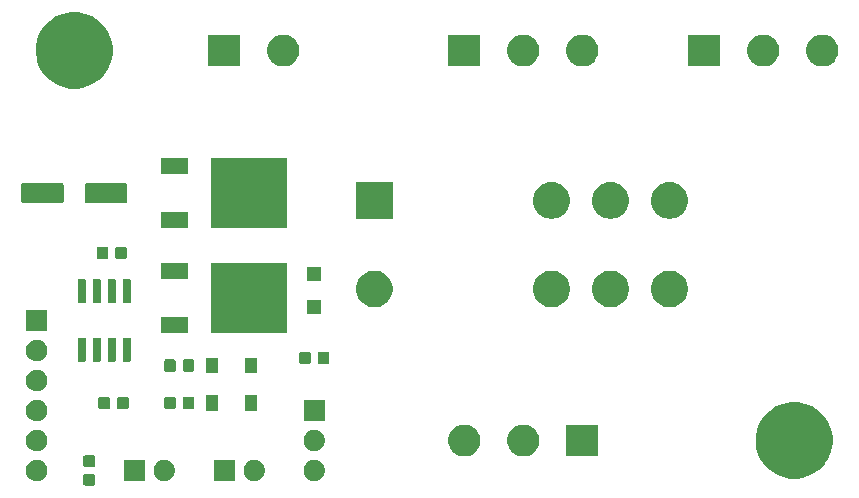
<source format=gbr>
G04 #@! TF.GenerationSoftware,KiCad,Pcbnew,(5.1.5)-3*
G04 #@! TF.CreationDate,2020-09-19T18:20:04+02:00*
G04 #@! TF.ProjectId,PedalCtrl,50656461-6c43-4747-926c-2e6b69636164,v0.0*
G04 #@! TF.SameCoordinates,Original*
G04 #@! TF.FileFunction,Soldermask,Top*
G04 #@! TF.FilePolarity,Negative*
%FSLAX46Y46*%
G04 Gerber Fmt 4.6, Leading zero omitted, Abs format (unit mm)*
G04 Created by KiCad (PCBNEW (5.1.5)-3) date 2020-09-19 18:20:04*
%MOMM*%
%LPD*%
G04 APERTURE LIST*
%ADD10C,0.100000*%
G04 APERTURE END LIST*
D10*
G36*
X169289591Y-61263085D02*
G01*
X169323569Y-61273393D01*
X169354890Y-61290134D01*
X169382339Y-61312661D01*
X169404866Y-61340110D01*
X169421607Y-61371431D01*
X169431915Y-61405409D01*
X169436000Y-61446890D01*
X169436000Y-62048110D01*
X169431915Y-62089591D01*
X169421607Y-62123569D01*
X169404866Y-62154890D01*
X169382339Y-62182339D01*
X169354890Y-62204866D01*
X169323569Y-62221607D01*
X169289591Y-62231915D01*
X169248110Y-62236000D01*
X168571890Y-62236000D01*
X168530409Y-62231915D01*
X168496431Y-62221607D01*
X168465110Y-62204866D01*
X168437661Y-62182339D01*
X168415134Y-62154890D01*
X168398393Y-62123569D01*
X168388085Y-62089591D01*
X168384000Y-62048110D01*
X168384000Y-61446890D01*
X168388085Y-61405409D01*
X168398393Y-61371431D01*
X168415134Y-61340110D01*
X168437661Y-61312661D01*
X168465110Y-61290134D01*
X168496431Y-61273393D01*
X168530409Y-61263085D01*
X168571890Y-61259000D01*
X169248110Y-61259000D01*
X169289591Y-61263085D01*
G37*
G36*
X188073512Y-60063927D02*
G01*
X188222812Y-60093624D01*
X188386784Y-60161544D01*
X188534354Y-60260147D01*
X188659853Y-60385646D01*
X188758456Y-60533216D01*
X188826376Y-60697188D01*
X188861000Y-60871259D01*
X188861000Y-61048741D01*
X188826376Y-61222812D01*
X188758456Y-61386784D01*
X188659853Y-61534354D01*
X188534354Y-61659853D01*
X188386784Y-61758456D01*
X188222812Y-61826376D01*
X188073512Y-61856073D01*
X188048742Y-61861000D01*
X187871258Y-61861000D01*
X187846488Y-61856073D01*
X187697188Y-61826376D01*
X187533216Y-61758456D01*
X187385646Y-61659853D01*
X187260147Y-61534354D01*
X187161544Y-61386784D01*
X187093624Y-61222812D01*
X187059000Y-61048741D01*
X187059000Y-60871259D01*
X187093624Y-60697188D01*
X187161544Y-60533216D01*
X187260147Y-60385646D01*
X187385646Y-60260147D01*
X187533216Y-60161544D01*
X187697188Y-60093624D01*
X187846488Y-60063927D01*
X187871258Y-60059000D01*
X188048742Y-60059000D01*
X188073512Y-60063927D01*
G37*
G36*
X164578512Y-60063927D02*
G01*
X164727812Y-60093624D01*
X164891784Y-60161544D01*
X165039354Y-60260147D01*
X165164853Y-60385646D01*
X165263456Y-60533216D01*
X165331376Y-60697188D01*
X165366000Y-60871259D01*
X165366000Y-61048741D01*
X165331376Y-61222812D01*
X165263456Y-61386784D01*
X165164853Y-61534354D01*
X165039354Y-61659853D01*
X164891784Y-61758456D01*
X164727812Y-61826376D01*
X164578512Y-61856073D01*
X164553742Y-61861000D01*
X164376258Y-61861000D01*
X164351488Y-61856073D01*
X164202188Y-61826376D01*
X164038216Y-61758456D01*
X163890646Y-61659853D01*
X163765147Y-61534354D01*
X163666544Y-61386784D01*
X163598624Y-61222812D01*
X163564000Y-61048741D01*
X163564000Y-60871259D01*
X163598624Y-60697188D01*
X163666544Y-60533216D01*
X163765147Y-60385646D01*
X163890646Y-60260147D01*
X164038216Y-60161544D01*
X164202188Y-60093624D01*
X164351488Y-60063927D01*
X164376258Y-60059000D01*
X164553742Y-60059000D01*
X164578512Y-60063927D01*
G37*
G36*
X173621000Y-61861000D02*
G01*
X171819000Y-61861000D01*
X171819000Y-60059000D01*
X173621000Y-60059000D01*
X173621000Y-61861000D01*
G37*
G36*
X181241000Y-61861000D02*
G01*
X179439000Y-61861000D01*
X179439000Y-60059000D01*
X181241000Y-60059000D01*
X181241000Y-61861000D01*
G37*
G36*
X182993512Y-60063927D02*
G01*
X183142812Y-60093624D01*
X183306784Y-60161544D01*
X183454354Y-60260147D01*
X183579853Y-60385646D01*
X183678456Y-60533216D01*
X183746376Y-60697188D01*
X183781000Y-60871259D01*
X183781000Y-61048741D01*
X183746376Y-61222812D01*
X183678456Y-61386784D01*
X183579853Y-61534354D01*
X183454354Y-61659853D01*
X183306784Y-61758456D01*
X183142812Y-61826376D01*
X182993512Y-61856073D01*
X182968742Y-61861000D01*
X182791258Y-61861000D01*
X182766488Y-61856073D01*
X182617188Y-61826376D01*
X182453216Y-61758456D01*
X182305646Y-61659853D01*
X182180147Y-61534354D01*
X182081544Y-61386784D01*
X182013624Y-61222812D01*
X181979000Y-61048741D01*
X181979000Y-60871259D01*
X182013624Y-60697188D01*
X182081544Y-60533216D01*
X182180147Y-60385646D01*
X182305646Y-60260147D01*
X182453216Y-60161544D01*
X182617188Y-60093624D01*
X182766488Y-60063927D01*
X182791258Y-60059000D01*
X182968742Y-60059000D01*
X182993512Y-60063927D01*
G37*
G36*
X175373512Y-60063927D02*
G01*
X175522812Y-60093624D01*
X175686784Y-60161544D01*
X175834354Y-60260147D01*
X175959853Y-60385646D01*
X176058456Y-60533216D01*
X176126376Y-60697188D01*
X176161000Y-60871259D01*
X176161000Y-61048741D01*
X176126376Y-61222812D01*
X176058456Y-61386784D01*
X175959853Y-61534354D01*
X175834354Y-61659853D01*
X175686784Y-61758456D01*
X175522812Y-61826376D01*
X175373512Y-61856073D01*
X175348742Y-61861000D01*
X175171258Y-61861000D01*
X175146488Y-61856073D01*
X174997188Y-61826376D01*
X174833216Y-61758456D01*
X174685646Y-61659853D01*
X174560147Y-61534354D01*
X174461544Y-61386784D01*
X174393624Y-61222812D01*
X174359000Y-61048741D01*
X174359000Y-60871259D01*
X174393624Y-60697188D01*
X174461544Y-60533216D01*
X174560147Y-60385646D01*
X174685646Y-60260147D01*
X174833216Y-60161544D01*
X174997188Y-60093624D01*
X175146488Y-60063927D01*
X175171258Y-60059000D01*
X175348742Y-60059000D01*
X175373512Y-60063927D01*
G37*
G36*
X229234239Y-55231467D02*
G01*
X229548282Y-55293934D01*
X230139926Y-55539001D01*
X230672392Y-55894784D01*
X231125216Y-56347608D01*
X231480999Y-56880074D01*
X231726066Y-57471718D01*
X231726066Y-57471719D01*
X231851000Y-58099803D01*
X231851000Y-58740197D01*
X231800445Y-58994353D01*
X231726066Y-59368282D01*
X231480999Y-59959926D01*
X231233265Y-60330685D01*
X231175759Y-60416750D01*
X231125216Y-60492392D01*
X230672392Y-60945216D01*
X230139926Y-61300999D01*
X229548282Y-61546066D01*
X229234239Y-61608533D01*
X228920197Y-61671000D01*
X228279803Y-61671000D01*
X227965761Y-61608533D01*
X227651718Y-61546066D01*
X227060074Y-61300999D01*
X226527608Y-60945216D01*
X226074784Y-60492392D01*
X226024242Y-60416750D01*
X225966735Y-60330685D01*
X225719001Y-59959926D01*
X225473934Y-59368282D01*
X225399555Y-58994353D01*
X225349000Y-58740197D01*
X225349000Y-58099803D01*
X225473934Y-57471719D01*
X225473934Y-57471718D01*
X225719001Y-56880074D01*
X226074784Y-56347608D01*
X226527608Y-55894784D01*
X227060074Y-55539001D01*
X227651718Y-55293934D01*
X227965761Y-55231467D01*
X228279803Y-55169000D01*
X228920197Y-55169000D01*
X229234239Y-55231467D01*
G37*
G36*
X169289591Y-59688085D02*
G01*
X169323569Y-59698393D01*
X169354890Y-59715134D01*
X169382339Y-59737661D01*
X169404866Y-59765110D01*
X169421607Y-59796431D01*
X169431915Y-59830409D01*
X169436000Y-59871890D01*
X169436000Y-60473110D01*
X169431915Y-60514591D01*
X169421607Y-60548569D01*
X169404866Y-60579890D01*
X169382339Y-60607339D01*
X169354890Y-60629866D01*
X169323569Y-60646607D01*
X169289591Y-60656915D01*
X169248110Y-60661000D01*
X168571890Y-60661000D01*
X168530409Y-60656915D01*
X168496431Y-60646607D01*
X168465110Y-60629866D01*
X168437661Y-60607339D01*
X168415134Y-60579890D01*
X168398393Y-60548569D01*
X168388085Y-60514591D01*
X168384000Y-60473110D01*
X168384000Y-59871890D01*
X168388085Y-59830409D01*
X168398393Y-59796431D01*
X168415134Y-59765110D01*
X168437661Y-59737661D01*
X168465110Y-59715134D01*
X168496431Y-59698393D01*
X168530409Y-59688085D01*
X168571890Y-59684000D01*
X169248110Y-59684000D01*
X169289591Y-59688085D01*
G37*
G36*
X212011000Y-59771000D02*
G01*
X209309000Y-59771000D01*
X209309000Y-57069000D01*
X212011000Y-57069000D01*
X212011000Y-59771000D01*
G37*
G36*
X206054072Y-57120918D02*
G01*
X206299939Y-57222759D01*
X206411328Y-57297187D01*
X206521211Y-57370609D01*
X206709391Y-57558789D01*
X206857242Y-57780063D01*
X206959082Y-58025928D01*
X207011000Y-58286937D01*
X207011000Y-58553063D01*
X206959082Y-58814072D01*
X206884408Y-58994353D01*
X206857241Y-59059939D01*
X206709390Y-59281212D01*
X206521212Y-59469390D01*
X206299939Y-59617241D01*
X206299938Y-59617242D01*
X206299937Y-59617242D01*
X206054072Y-59719082D01*
X205793063Y-59771000D01*
X205526937Y-59771000D01*
X205265928Y-59719082D01*
X205020063Y-59617242D01*
X205020062Y-59617242D01*
X205020061Y-59617241D01*
X204798788Y-59469390D01*
X204610610Y-59281212D01*
X204462759Y-59059939D01*
X204435593Y-58994353D01*
X204360918Y-58814072D01*
X204309000Y-58553063D01*
X204309000Y-58286937D01*
X204360918Y-58025928D01*
X204462758Y-57780063D01*
X204610609Y-57558789D01*
X204798789Y-57370609D01*
X204908672Y-57297187D01*
X205020061Y-57222759D01*
X205265928Y-57120918D01*
X205526937Y-57069000D01*
X205793063Y-57069000D01*
X206054072Y-57120918D01*
G37*
G36*
X201054072Y-57120918D02*
G01*
X201299939Y-57222759D01*
X201411328Y-57297187D01*
X201521211Y-57370609D01*
X201709391Y-57558789D01*
X201857242Y-57780063D01*
X201959082Y-58025928D01*
X202011000Y-58286937D01*
X202011000Y-58553063D01*
X201959082Y-58814072D01*
X201884408Y-58994353D01*
X201857241Y-59059939D01*
X201709390Y-59281212D01*
X201521212Y-59469390D01*
X201299939Y-59617241D01*
X201299938Y-59617242D01*
X201299937Y-59617242D01*
X201054072Y-59719082D01*
X200793063Y-59771000D01*
X200526937Y-59771000D01*
X200265928Y-59719082D01*
X200020063Y-59617242D01*
X200020062Y-59617242D01*
X200020061Y-59617241D01*
X199798788Y-59469390D01*
X199610610Y-59281212D01*
X199462759Y-59059939D01*
X199435593Y-58994353D01*
X199360918Y-58814072D01*
X199309000Y-58553063D01*
X199309000Y-58286937D01*
X199360918Y-58025928D01*
X199462758Y-57780063D01*
X199610609Y-57558789D01*
X199798789Y-57370609D01*
X199908672Y-57297187D01*
X200020061Y-57222759D01*
X200265928Y-57120918D01*
X200526937Y-57069000D01*
X200793063Y-57069000D01*
X201054072Y-57120918D01*
G37*
G36*
X164578512Y-57523927D02*
G01*
X164727812Y-57553624D01*
X164891784Y-57621544D01*
X165039354Y-57720147D01*
X165164853Y-57845646D01*
X165263456Y-57993216D01*
X165331376Y-58157188D01*
X165366000Y-58331259D01*
X165366000Y-58508741D01*
X165331376Y-58682812D01*
X165263456Y-58846784D01*
X165164853Y-58994354D01*
X165039354Y-59119853D01*
X164891784Y-59218456D01*
X164727812Y-59286376D01*
X164578512Y-59316073D01*
X164553742Y-59321000D01*
X164376258Y-59321000D01*
X164351488Y-59316073D01*
X164202188Y-59286376D01*
X164038216Y-59218456D01*
X163890646Y-59119853D01*
X163765147Y-58994354D01*
X163666544Y-58846784D01*
X163598624Y-58682812D01*
X163564000Y-58508741D01*
X163564000Y-58331259D01*
X163598624Y-58157188D01*
X163666544Y-57993216D01*
X163765147Y-57845646D01*
X163890646Y-57720147D01*
X164038216Y-57621544D01*
X164202188Y-57553624D01*
X164351488Y-57523927D01*
X164376258Y-57519000D01*
X164553742Y-57519000D01*
X164578512Y-57523927D01*
G37*
G36*
X188073512Y-57523927D02*
G01*
X188222812Y-57553624D01*
X188386784Y-57621544D01*
X188534354Y-57720147D01*
X188659853Y-57845646D01*
X188758456Y-57993216D01*
X188826376Y-58157188D01*
X188861000Y-58331259D01*
X188861000Y-58508741D01*
X188826376Y-58682812D01*
X188758456Y-58846784D01*
X188659853Y-58994354D01*
X188534354Y-59119853D01*
X188386784Y-59218456D01*
X188222812Y-59286376D01*
X188073512Y-59316073D01*
X188048742Y-59321000D01*
X187871258Y-59321000D01*
X187846488Y-59316073D01*
X187697188Y-59286376D01*
X187533216Y-59218456D01*
X187385646Y-59119853D01*
X187260147Y-58994354D01*
X187161544Y-58846784D01*
X187093624Y-58682812D01*
X187059000Y-58508741D01*
X187059000Y-58331259D01*
X187093624Y-58157188D01*
X187161544Y-57993216D01*
X187260147Y-57845646D01*
X187385646Y-57720147D01*
X187533216Y-57621544D01*
X187697188Y-57553624D01*
X187846488Y-57523927D01*
X187871258Y-57519000D01*
X188048742Y-57519000D01*
X188073512Y-57523927D01*
G37*
G36*
X164578512Y-54983927D02*
G01*
X164727812Y-55013624D01*
X164891784Y-55081544D01*
X165039354Y-55180147D01*
X165164853Y-55305646D01*
X165263456Y-55453216D01*
X165331376Y-55617188D01*
X165366000Y-55791259D01*
X165366000Y-55968741D01*
X165331376Y-56142812D01*
X165263456Y-56306784D01*
X165164853Y-56454354D01*
X165039354Y-56579853D01*
X164891784Y-56678456D01*
X164727812Y-56746376D01*
X164578512Y-56776073D01*
X164553742Y-56781000D01*
X164376258Y-56781000D01*
X164351488Y-56776073D01*
X164202188Y-56746376D01*
X164038216Y-56678456D01*
X163890646Y-56579853D01*
X163765147Y-56454354D01*
X163666544Y-56306784D01*
X163598624Y-56142812D01*
X163564000Y-55968741D01*
X163564000Y-55791259D01*
X163598624Y-55617188D01*
X163666544Y-55453216D01*
X163765147Y-55305646D01*
X163890646Y-55180147D01*
X164038216Y-55081544D01*
X164202188Y-55013624D01*
X164351488Y-54983927D01*
X164376258Y-54979000D01*
X164553742Y-54979000D01*
X164578512Y-54983927D01*
G37*
G36*
X188861000Y-56781000D02*
G01*
X187059000Y-56781000D01*
X187059000Y-54979000D01*
X188861000Y-54979000D01*
X188861000Y-56781000D01*
G37*
G36*
X183126000Y-55896000D02*
G01*
X182124000Y-55896000D01*
X182124000Y-54594000D01*
X183126000Y-54594000D01*
X183126000Y-55896000D01*
G37*
G36*
X179826000Y-55896000D02*
G01*
X178824000Y-55896000D01*
X178824000Y-54594000D01*
X179826000Y-54594000D01*
X179826000Y-55896000D01*
G37*
G36*
X172097091Y-54723085D02*
G01*
X172131069Y-54733393D01*
X172162390Y-54750134D01*
X172189839Y-54772661D01*
X172212366Y-54800110D01*
X172229107Y-54831431D01*
X172239415Y-54865409D01*
X172243500Y-54906890D01*
X172243500Y-55583110D01*
X172239415Y-55624591D01*
X172229107Y-55658569D01*
X172212366Y-55689890D01*
X172189839Y-55717339D01*
X172162390Y-55739866D01*
X172131069Y-55756607D01*
X172097091Y-55766915D01*
X172055610Y-55771000D01*
X171454390Y-55771000D01*
X171412909Y-55766915D01*
X171378931Y-55756607D01*
X171347610Y-55739866D01*
X171320161Y-55717339D01*
X171297634Y-55689890D01*
X171280893Y-55658569D01*
X171270585Y-55624591D01*
X171266500Y-55583110D01*
X171266500Y-54906890D01*
X171270585Y-54865409D01*
X171280893Y-54831431D01*
X171297634Y-54800110D01*
X171320161Y-54772661D01*
X171347610Y-54750134D01*
X171378931Y-54733393D01*
X171412909Y-54723085D01*
X171454390Y-54719000D01*
X172055610Y-54719000D01*
X172097091Y-54723085D01*
G37*
G36*
X177659591Y-54723085D02*
G01*
X177693569Y-54733393D01*
X177724890Y-54750134D01*
X177752339Y-54772661D01*
X177774866Y-54800110D01*
X177791607Y-54831431D01*
X177801915Y-54865409D01*
X177806000Y-54906890D01*
X177806000Y-55583110D01*
X177801915Y-55624591D01*
X177791607Y-55658569D01*
X177774866Y-55689890D01*
X177752339Y-55717339D01*
X177724890Y-55739866D01*
X177693569Y-55756607D01*
X177659591Y-55766915D01*
X177618110Y-55771000D01*
X177016890Y-55771000D01*
X176975409Y-55766915D01*
X176941431Y-55756607D01*
X176910110Y-55739866D01*
X176882661Y-55717339D01*
X176860134Y-55689890D01*
X176843393Y-55658569D01*
X176833085Y-55624591D01*
X176829000Y-55583110D01*
X176829000Y-54906890D01*
X176833085Y-54865409D01*
X176843393Y-54831431D01*
X176860134Y-54800110D01*
X176882661Y-54772661D01*
X176910110Y-54750134D01*
X176941431Y-54733393D01*
X176975409Y-54723085D01*
X177016890Y-54719000D01*
X177618110Y-54719000D01*
X177659591Y-54723085D01*
G37*
G36*
X176084591Y-54723085D02*
G01*
X176118569Y-54733393D01*
X176149890Y-54750134D01*
X176177339Y-54772661D01*
X176199866Y-54800110D01*
X176216607Y-54831431D01*
X176226915Y-54865409D01*
X176231000Y-54906890D01*
X176231000Y-55583110D01*
X176226915Y-55624591D01*
X176216607Y-55658569D01*
X176199866Y-55689890D01*
X176177339Y-55717339D01*
X176149890Y-55739866D01*
X176118569Y-55756607D01*
X176084591Y-55766915D01*
X176043110Y-55771000D01*
X175441890Y-55771000D01*
X175400409Y-55766915D01*
X175366431Y-55756607D01*
X175335110Y-55739866D01*
X175307661Y-55717339D01*
X175285134Y-55689890D01*
X175268393Y-55658569D01*
X175258085Y-55624591D01*
X175254000Y-55583110D01*
X175254000Y-54906890D01*
X175258085Y-54865409D01*
X175268393Y-54831431D01*
X175285134Y-54800110D01*
X175307661Y-54772661D01*
X175335110Y-54750134D01*
X175366431Y-54733393D01*
X175400409Y-54723085D01*
X175441890Y-54719000D01*
X176043110Y-54719000D01*
X176084591Y-54723085D01*
G37*
G36*
X170522091Y-54723085D02*
G01*
X170556069Y-54733393D01*
X170587390Y-54750134D01*
X170614839Y-54772661D01*
X170637366Y-54800110D01*
X170654107Y-54831431D01*
X170664415Y-54865409D01*
X170668500Y-54906890D01*
X170668500Y-55583110D01*
X170664415Y-55624591D01*
X170654107Y-55658569D01*
X170637366Y-55689890D01*
X170614839Y-55717339D01*
X170587390Y-55739866D01*
X170556069Y-55756607D01*
X170522091Y-55766915D01*
X170480610Y-55771000D01*
X169879390Y-55771000D01*
X169837909Y-55766915D01*
X169803931Y-55756607D01*
X169772610Y-55739866D01*
X169745161Y-55717339D01*
X169722634Y-55689890D01*
X169705893Y-55658569D01*
X169695585Y-55624591D01*
X169691500Y-55583110D01*
X169691500Y-54906890D01*
X169695585Y-54865409D01*
X169705893Y-54831431D01*
X169722634Y-54800110D01*
X169745161Y-54772661D01*
X169772610Y-54750134D01*
X169803931Y-54733393D01*
X169837909Y-54723085D01*
X169879390Y-54719000D01*
X170480610Y-54719000D01*
X170522091Y-54723085D01*
G37*
G36*
X164578512Y-52443927D02*
G01*
X164727812Y-52473624D01*
X164891784Y-52541544D01*
X165039354Y-52640147D01*
X165164853Y-52765646D01*
X165263456Y-52913216D01*
X165331376Y-53077188D01*
X165366000Y-53251259D01*
X165366000Y-53428741D01*
X165331376Y-53602812D01*
X165263456Y-53766784D01*
X165164853Y-53914354D01*
X165039354Y-54039853D01*
X164891784Y-54138456D01*
X164727812Y-54206376D01*
X164578512Y-54236073D01*
X164553742Y-54241000D01*
X164376258Y-54241000D01*
X164351488Y-54236073D01*
X164202188Y-54206376D01*
X164038216Y-54138456D01*
X163890646Y-54039853D01*
X163765147Y-53914354D01*
X163666544Y-53766784D01*
X163598624Y-53602812D01*
X163564000Y-53428741D01*
X163564000Y-53251259D01*
X163598624Y-53077188D01*
X163666544Y-52913216D01*
X163765147Y-52765646D01*
X163890646Y-52640147D01*
X164038216Y-52541544D01*
X164202188Y-52473624D01*
X164351488Y-52443927D01*
X164376258Y-52439000D01*
X164553742Y-52439000D01*
X164578512Y-52443927D01*
G37*
G36*
X183126000Y-52721000D02*
G01*
X182124000Y-52721000D01*
X182124000Y-51419000D01*
X183126000Y-51419000D01*
X183126000Y-52721000D01*
G37*
G36*
X179826000Y-52721000D02*
G01*
X178824000Y-52721000D01*
X178824000Y-51419000D01*
X179826000Y-51419000D01*
X179826000Y-52721000D01*
G37*
G36*
X176084591Y-51548085D02*
G01*
X176118569Y-51558393D01*
X176149890Y-51575134D01*
X176177339Y-51597661D01*
X176199866Y-51625110D01*
X176216607Y-51656431D01*
X176226915Y-51690409D01*
X176231000Y-51731890D01*
X176231000Y-52408110D01*
X176226915Y-52449591D01*
X176216607Y-52483569D01*
X176199866Y-52514890D01*
X176177339Y-52542339D01*
X176149890Y-52564866D01*
X176118569Y-52581607D01*
X176084591Y-52591915D01*
X176043110Y-52596000D01*
X175441890Y-52596000D01*
X175400409Y-52591915D01*
X175366431Y-52581607D01*
X175335110Y-52564866D01*
X175307661Y-52542339D01*
X175285134Y-52514890D01*
X175268393Y-52483569D01*
X175258085Y-52449591D01*
X175254000Y-52408110D01*
X175254000Y-51731890D01*
X175258085Y-51690409D01*
X175268393Y-51656431D01*
X175285134Y-51625110D01*
X175307661Y-51597661D01*
X175335110Y-51575134D01*
X175366431Y-51558393D01*
X175400409Y-51548085D01*
X175441890Y-51544000D01*
X176043110Y-51544000D01*
X176084591Y-51548085D01*
G37*
G36*
X177659591Y-51548085D02*
G01*
X177693569Y-51558393D01*
X177724890Y-51575134D01*
X177752339Y-51597661D01*
X177774866Y-51625110D01*
X177791607Y-51656431D01*
X177801915Y-51690409D01*
X177806000Y-51731890D01*
X177806000Y-52408110D01*
X177801915Y-52449591D01*
X177791607Y-52483569D01*
X177774866Y-52514890D01*
X177752339Y-52542339D01*
X177724890Y-52564866D01*
X177693569Y-52581607D01*
X177659591Y-52591915D01*
X177618110Y-52596000D01*
X177016890Y-52596000D01*
X176975409Y-52591915D01*
X176941431Y-52581607D01*
X176910110Y-52564866D01*
X176882661Y-52542339D01*
X176860134Y-52514890D01*
X176843393Y-52483569D01*
X176833085Y-52449591D01*
X176829000Y-52408110D01*
X176829000Y-51731890D01*
X176833085Y-51690409D01*
X176843393Y-51656431D01*
X176860134Y-51625110D01*
X176882661Y-51597661D01*
X176910110Y-51575134D01*
X176941431Y-51558393D01*
X176975409Y-51548085D01*
X177016890Y-51544000D01*
X177618110Y-51544000D01*
X177659591Y-51548085D01*
G37*
G36*
X189089591Y-50913085D02*
G01*
X189123569Y-50923393D01*
X189154890Y-50940134D01*
X189182339Y-50962661D01*
X189204866Y-50990110D01*
X189221607Y-51021431D01*
X189231915Y-51055409D01*
X189236000Y-51096890D01*
X189236000Y-51773110D01*
X189231915Y-51814591D01*
X189221607Y-51848569D01*
X189204866Y-51879890D01*
X189182339Y-51907339D01*
X189154890Y-51929866D01*
X189123569Y-51946607D01*
X189089591Y-51956915D01*
X189048110Y-51961000D01*
X188446890Y-51961000D01*
X188405409Y-51956915D01*
X188371431Y-51946607D01*
X188340110Y-51929866D01*
X188312661Y-51907339D01*
X188290134Y-51879890D01*
X188273393Y-51848569D01*
X188263085Y-51814591D01*
X188259000Y-51773110D01*
X188259000Y-51096890D01*
X188263085Y-51055409D01*
X188273393Y-51021431D01*
X188290134Y-50990110D01*
X188312661Y-50962661D01*
X188340110Y-50940134D01*
X188371431Y-50923393D01*
X188405409Y-50913085D01*
X188446890Y-50909000D01*
X189048110Y-50909000D01*
X189089591Y-50913085D01*
G37*
G36*
X187514591Y-50913085D02*
G01*
X187548569Y-50923393D01*
X187579890Y-50940134D01*
X187607339Y-50962661D01*
X187629866Y-50990110D01*
X187646607Y-51021431D01*
X187656915Y-51055409D01*
X187661000Y-51096890D01*
X187661000Y-51773110D01*
X187656915Y-51814591D01*
X187646607Y-51848569D01*
X187629866Y-51879890D01*
X187607339Y-51907339D01*
X187579890Y-51929866D01*
X187548569Y-51946607D01*
X187514591Y-51956915D01*
X187473110Y-51961000D01*
X186871890Y-51961000D01*
X186830409Y-51956915D01*
X186796431Y-51946607D01*
X186765110Y-51929866D01*
X186737661Y-51907339D01*
X186715134Y-51879890D01*
X186698393Y-51848569D01*
X186688085Y-51814591D01*
X186684000Y-51773110D01*
X186684000Y-51096890D01*
X186688085Y-51055409D01*
X186698393Y-51021431D01*
X186715134Y-50990110D01*
X186737661Y-50962661D01*
X186765110Y-50940134D01*
X186796431Y-50923393D01*
X186830409Y-50913085D01*
X186871890Y-50909000D01*
X187473110Y-50909000D01*
X187514591Y-50913085D01*
G37*
G36*
X168534928Y-49711764D02*
G01*
X168556009Y-49718160D01*
X168575445Y-49728548D01*
X168592476Y-49742524D01*
X168606452Y-49759555D01*
X168616840Y-49778991D01*
X168623236Y-49800072D01*
X168626000Y-49828140D01*
X168626000Y-51641860D01*
X168623236Y-51669928D01*
X168616840Y-51691009D01*
X168606452Y-51710445D01*
X168592476Y-51727476D01*
X168575445Y-51741452D01*
X168556009Y-51751840D01*
X168534928Y-51758236D01*
X168506860Y-51761000D01*
X168043140Y-51761000D01*
X168015072Y-51758236D01*
X167993991Y-51751840D01*
X167974555Y-51741452D01*
X167957524Y-51727476D01*
X167943548Y-51710445D01*
X167933160Y-51691009D01*
X167926764Y-51669928D01*
X167924000Y-51641860D01*
X167924000Y-49828140D01*
X167926764Y-49800072D01*
X167933160Y-49778991D01*
X167943548Y-49759555D01*
X167957524Y-49742524D01*
X167974555Y-49728548D01*
X167993991Y-49718160D01*
X168015072Y-49711764D01*
X168043140Y-49709000D01*
X168506860Y-49709000D01*
X168534928Y-49711764D01*
G37*
G36*
X169804928Y-49711764D02*
G01*
X169826009Y-49718160D01*
X169845445Y-49728548D01*
X169862476Y-49742524D01*
X169876452Y-49759555D01*
X169886840Y-49778991D01*
X169893236Y-49800072D01*
X169896000Y-49828140D01*
X169896000Y-51641860D01*
X169893236Y-51669928D01*
X169886840Y-51691009D01*
X169876452Y-51710445D01*
X169862476Y-51727476D01*
X169845445Y-51741452D01*
X169826009Y-51751840D01*
X169804928Y-51758236D01*
X169776860Y-51761000D01*
X169313140Y-51761000D01*
X169285072Y-51758236D01*
X169263991Y-51751840D01*
X169244555Y-51741452D01*
X169227524Y-51727476D01*
X169213548Y-51710445D01*
X169203160Y-51691009D01*
X169196764Y-51669928D01*
X169194000Y-51641860D01*
X169194000Y-49828140D01*
X169196764Y-49800072D01*
X169203160Y-49778991D01*
X169213548Y-49759555D01*
X169227524Y-49742524D01*
X169244555Y-49728548D01*
X169263991Y-49718160D01*
X169285072Y-49711764D01*
X169313140Y-49709000D01*
X169776860Y-49709000D01*
X169804928Y-49711764D01*
G37*
G36*
X172344928Y-49711764D02*
G01*
X172366009Y-49718160D01*
X172385445Y-49728548D01*
X172402476Y-49742524D01*
X172416452Y-49759555D01*
X172426840Y-49778991D01*
X172433236Y-49800072D01*
X172436000Y-49828140D01*
X172436000Y-51641860D01*
X172433236Y-51669928D01*
X172426840Y-51691009D01*
X172416452Y-51710445D01*
X172402476Y-51727476D01*
X172385445Y-51741452D01*
X172366009Y-51751840D01*
X172344928Y-51758236D01*
X172316860Y-51761000D01*
X171853140Y-51761000D01*
X171825072Y-51758236D01*
X171803991Y-51751840D01*
X171784555Y-51741452D01*
X171767524Y-51727476D01*
X171753548Y-51710445D01*
X171743160Y-51691009D01*
X171736764Y-51669928D01*
X171734000Y-51641860D01*
X171734000Y-49828140D01*
X171736764Y-49800072D01*
X171743160Y-49778991D01*
X171753548Y-49759555D01*
X171767524Y-49742524D01*
X171784555Y-49728548D01*
X171803991Y-49718160D01*
X171825072Y-49711764D01*
X171853140Y-49709000D01*
X172316860Y-49709000D01*
X172344928Y-49711764D01*
G37*
G36*
X171074928Y-49711764D02*
G01*
X171096009Y-49718160D01*
X171115445Y-49728548D01*
X171132476Y-49742524D01*
X171146452Y-49759555D01*
X171156840Y-49778991D01*
X171163236Y-49800072D01*
X171166000Y-49828140D01*
X171166000Y-51641860D01*
X171163236Y-51669928D01*
X171156840Y-51691009D01*
X171146452Y-51710445D01*
X171132476Y-51727476D01*
X171115445Y-51741452D01*
X171096009Y-51751840D01*
X171074928Y-51758236D01*
X171046860Y-51761000D01*
X170583140Y-51761000D01*
X170555072Y-51758236D01*
X170533991Y-51751840D01*
X170514555Y-51741452D01*
X170497524Y-51727476D01*
X170483548Y-51710445D01*
X170473160Y-51691009D01*
X170466764Y-51669928D01*
X170464000Y-51641860D01*
X170464000Y-49828140D01*
X170466764Y-49800072D01*
X170473160Y-49778991D01*
X170483548Y-49759555D01*
X170497524Y-49742524D01*
X170514555Y-49728548D01*
X170533991Y-49718160D01*
X170555072Y-49711764D01*
X170583140Y-49709000D01*
X171046860Y-49709000D01*
X171074928Y-49711764D01*
G37*
G36*
X164578512Y-49903927D02*
G01*
X164727812Y-49933624D01*
X164891784Y-50001544D01*
X165039354Y-50100147D01*
X165164853Y-50225646D01*
X165263456Y-50373216D01*
X165331376Y-50537188D01*
X165366000Y-50711259D01*
X165366000Y-50888741D01*
X165331376Y-51062812D01*
X165263456Y-51226784D01*
X165164853Y-51374354D01*
X165039354Y-51499853D01*
X164891784Y-51598456D01*
X164727812Y-51666376D01*
X164585012Y-51694780D01*
X164553742Y-51701000D01*
X164376258Y-51701000D01*
X164344988Y-51694780D01*
X164202188Y-51666376D01*
X164038216Y-51598456D01*
X163890646Y-51499853D01*
X163765147Y-51374354D01*
X163666544Y-51226784D01*
X163598624Y-51062812D01*
X163564000Y-50888741D01*
X163564000Y-50711259D01*
X163598624Y-50537188D01*
X163666544Y-50373216D01*
X163765147Y-50225646D01*
X163890646Y-50100147D01*
X164038216Y-50001544D01*
X164202188Y-49933624D01*
X164351488Y-49903927D01*
X164376258Y-49899000D01*
X164553742Y-49899000D01*
X164578512Y-49903927D01*
G37*
G36*
X185691000Y-49306000D02*
G01*
X179189000Y-49306000D01*
X179189000Y-43404000D01*
X185691000Y-43404000D01*
X185691000Y-49306000D01*
G37*
G36*
X177291000Y-49286000D02*
G01*
X174989000Y-49286000D01*
X174989000Y-47984000D01*
X177291000Y-47984000D01*
X177291000Y-49286000D01*
G37*
G36*
X165366000Y-49161000D02*
G01*
X163564000Y-49161000D01*
X163564000Y-47359000D01*
X165366000Y-47359000D01*
X165366000Y-49161000D01*
G37*
G36*
X188561000Y-47721000D02*
G01*
X187359000Y-47721000D01*
X187359000Y-46519000D01*
X188561000Y-46519000D01*
X188561000Y-47721000D01*
G37*
G36*
X208342585Y-44078802D02*
G01*
X208492410Y-44108604D01*
X208774674Y-44225521D01*
X209028705Y-44395259D01*
X209244741Y-44611295D01*
X209414479Y-44865326D01*
X209531396Y-45147590D01*
X209591000Y-45447240D01*
X209591000Y-45752760D01*
X209531396Y-46052410D01*
X209414479Y-46334674D01*
X209244741Y-46588705D01*
X209028705Y-46804741D01*
X208774674Y-46974479D01*
X208492410Y-47091396D01*
X208342585Y-47121198D01*
X208192761Y-47151000D01*
X207887239Y-47151000D01*
X207737415Y-47121198D01*
X207587590Y-47091396D01*
X207305326Y-46974479D01*
X207051295Y-46804741D01*
X206835259Y-46588705D01*
X206665521Y-46334674D01*
X206548604Y-46052410D01*
X206489000Y-45752760D01*
X206489000Y-45447240D01*
X206548604Y-45147590D01*
X206665521Y-44865326D01*
X206835259Y-44611295D01*
X207051295Y-44395259D01*
X207305326Y-44225521D01*
X207587590Y-44108604D01*
X207737415Y-44078802D01*
X207887239Y-44049000D01*
X208192761Y-44049000D01*
X208342585Y-44078802D01*
G37*
G36*
X213342585Y-44078802D02*
G01*
X213492410Y-44108604D01*
X213774674Y-44225521D01*
X214028705Y-44395259D01*
X214244741Y-44611295D01*
X214414479Y-44865326D01*
X214531396Y-45147590D01*
X214591000Y-45447240D01*
X214591000Y-45752760D01*
X214531396Y-46052410D01*
X214414479Y-46334674D01*
X214244741Y-46588705D01*
X214028705Y-46804741D01*
X213774674Y-46974479D01*
X213492410Y-47091396D01*
X213342585Y-47121198D01*
X213192761Y-47151000D01*
X212887239Y-47151000D01*
X212737415Y-47121198D01*
X212587590Y-47091396D01*
X212305326Y-46974479D01*
X212051295Y-46804741D01*
X211835259Y-46588705D01*
X211665521Y-46334674D01*
X211548604Y-46052410D01*
X211489000Y-45752760D01*
X211489000Y-45447240D01*
X211548604Y-45147590D01*
X211665521Y-44865326D01*
X211835259Y-44611295D01*
X212051295Y-44395259D01*
X212305326Y-44225521D01*
X212587590Y-44108604D01*
X212737415Y-44078802D01*
X212887239Y-44049000D01*
X213192761Y-44049000D01*
X213342585Y-44078802D01*
G37*
G36*
X218342585Y-44078802D02*
G01*
X218492410Y-44108604D01*
X218774674Y-44225521D01*
X219028705Y-44395259D01*
X219244741Y-44611295D01*
X219414479Y-44865326D01*
X219531396Y-45147590D01*
X219591000Y-45447240D01*
X219591000Y-45752760D01*
X219531396Y-46052410D01*
X219414479Y-46334674D01*
X219244741Y-46588705D01*
X219028705Y-46804741D01*
X218774674Y-46974479D01*
X218492410Y-47091396D01*
X218342585Y-47121198D01*
X218192761Y-47151000D01*
X217887239Y-47151000D01*
X217737415Y-47121198D01*
X217587590Y-47091396D01*
X217305326Y-46974479D01*
X217051295Y-46804741D01*
X216835259Y-46588705D01*
X216665521Y-46334674D01*
X216548604Y-46052410D01*
X216489000Y-45752760D01*
X216489000Y-45447240D01*
X216548604Y-45147590D01*
X216665521Y-44865326D01*
X216835259Y-44611295D01*
X217051295Y-44395259D01*
X217305326Y-44225521D01*
X217587590Y-44108604D01*
X217737415Y-44078802D01*
X217887239Y-44049000D01*
X218192761Y-44049000D01*
X218342585Y-44078802D01*
G37*
G36*
X193342585Y-44078802D02*
G01*
X193492410Y-44108604D01*
X193774674Y-44225521D01*
X194028705Y-44395259D01*
X194244741Y-44611295D01*
X194414479Y-44865326D01*
X194531396Y-45147590D01*
X194591000Y-45447240D01*
X194591000Y-45752760D01*
X194531396Y-46052410D01*
X194414479Y-46334674D01*
X194244741Y-46588705D01*
X194028705Y-46804741D01*
X193774674Y-46974479D01*
X193492410Y-47091396D01*
X193342585Y-47121198D01*
X193192761Y-47151000D01*
X192887239Y-47151000D01*
X192737415Y-47121198D01*
X192587590Y-47091396D01*
X192305326Y-46974479D01*
X192051295Y-46804741D01*
X191835259Y-46588705D01*
X191665521Y-46334674D01*
X191548604Y-46052410D01*
X191489000Y-45752760D01*
X191489000Y-45447240D01*
X191548604Y-45147590D01*
X191665521Y-44865326D01*
X191835259Y-44611295D01*
X192051295Y-44395259D01*
X192305326Y-44225521D01*
X192587590Y-44108604D01*
X192737415Y-44078802D01*
X192887239Y-44049000D01*
X193192761Y-44049000D01*
X193342585Y-44078802D01*
G37*
G36*
X171074928Y-44761764D02*
G01*
X171096009Y-44768160D01*
X171115445Y-44778548D01*
X171132476Y-44792524D01*
X171146452Y-44809555D01*
X171156840Y-44828991D01*
X171163236Y-44850072D01*
X171166000Y-44878140D01*
X171166000Y-46691860D01*
X171163236Y-46719928D01*
X171156840Y-46741009D01*
X171146452Y-46760445D01*
X171132476Y-46777476D01*
X171115445Y-46791452D01*
X171096009Y-46801840D01*
X171074928Y-46808236D01*
X171046860Y-46811000D01*
X170583140Y-46811000D01*
X170555072Y-46808236D01*
X170533991Y-46801840D01*
X170514555Y-46791452D01*
X170497524Y-46777476D01*
X170483548Y-46760445D01*
X170473160Y-46741009D01*
X170466764Y-46719928D01*
X170464000Y-46691860D01*
X170464000Y-44878140D01*
X170466764Y-44850072D01*
X170473160Y-44828991D01*
X170483548Y-44809555D01*
X170497524Y-44792524D01*
X170514555Y-44778548D01*
X170533991Y-44768160D01*
X170555072Y-44761764D01*
X170583140Y-44759000D01*
X171046860Y-44759000D01*
X171074928Y-44761764D01*
G37*
G36*
X169804928Y-44761764D02*
G01*
X169826009Y-44768160D01*
X169845445Y-44778548D01*
X169862476Y-44792524D01*
X169876452Y-44809555D01*
X169886840Y-44828991D01*
X169893236Y-44850072D01*
X169896000Y-44878140D01*
X169896000Y-46691860D01*
X169893236Y-46719928D01*
X169886840Y-46741009D01*
X169876452Y-46760445D01*
X169862476Y-46777476D01*
X169845445Y-46791452D01*
X169826009Y-46801840D01*
X169804928Y-46808236D01*
X169776860Y-46811000D01*
X169313140Y-46811000D01*
X169285072Y-46808236D01*
X169263991Y-46801840D01*
X169244555Y-46791452D01*
X169227524Y-46777476D01*
X169213548Y-46760445D01*
X169203160Y-46741009D01*
X169196764Y-46719928D01*
X169194000Y-46691860D01*
X169194000Y-44878140D01*
X169196764Y-44850072D01*
X169203160Y-44828991D01*
X169213548Y-44809555D01*
X169227524Y-44792524D01*
X169244555Y-44778548D01*
X169263991Y-44768160D01*
X169285072Y-44761764D01*
X169313140Y-44759000D01*
X169776860Y-44759000D01*
X169804928Y-44761764D01*
G37*
G36*
X168534928Y-44761764D02*
G01*
X168556009Y-44768160D01*
X168575445Y-44778548D01*
X168592476Y-44792524D01*
X168606452Y-44809555D01*
X168616840Y-44828991D01*
X168623236Y-44850072D01*
X168626000Y-44878140D01*
X168626000Y-46691860D01*
X168623236Y-46719928D01*
X168616840Y-46741009D01*
X168606452Y-46760445D01*
X168592476Y-46777476D01*
X168575445Y-46791452D01*
X168556009Y-46801840D01*
X168534928Y-46808236D01*
X168506860Y-46811000D01*
X168043140Y-46811000D01*
X168015072Y-46808236D01*
X167993991Y-46801840D01*
X167974555Y-46791452D01*
X167957524Y-46777476D01*
X167943548Y-46760445D01*
X167933160Y-46741009D01*
X167926764Y-46719928D01*
X167924000Y-46691860D01*
X167924000Y-44878140D01*
X167926764Y-44850072D01*
X167933160Y-44828991D01*
X167943548Y-44809555D01*
X167957524Y-44792524D01*
X167974555Y-44778548D01*
X167993991Y-44768160D01*
X168015072Y-44761764D01*
X168043140Y-44759000D01*
X168506860Y-44759000D01*
X168534928Y-44761764D01*
G37*
G36*
X172344928Y-44761764D02*
G01*
X172366009Y-44768160D01*
X172385445Y-44778548D01*
X172402476Y-44792524D01*
X172416452Y-44809555D01*
X172426840Y-44828991D01*
X172433236Y-44850072D01*
X172436000Y-44878140D01*
X172436000Y-46691860D01*
X172433236Y-46719928D01*
X172426840Y-46741009D01*
X172416452Y-46760445D01*
X172402476Y-46777476D01*
X172385445Y-46791452D01*
X172366009Y-46801840D01*
X172344928Y-46808236D01*
X172316860Y-46811000D01*
X171853140Y-46811000D01*
X171825072Y-46808236D01*
X171803991Y-46801840D01*
X171784555Y-46791452D01*
X171767524Y-46777476D01*
X171753548Y-46760445D01*
X171743160Y-46741009D01*
X171736764Y-46719928D01*
X171734000Y-46691860D01*
X171734000Y-44878140D01*
X171736764Y-44850072D01*
X171743160Y-44828991D01*
X171753548Y-44809555D01*
X171767524Y-44792524D01*
X171784555Y-44778548D01*
X171803991Y-44768160D01*
X171825072Y-44761764D01*
X171853140Y-44759000D01*
X172316860Y-44759000D01*
X172344928Y-44761764D01*
G37*
G36*
X188561000Y-44921000D02*
G01*
X187359000Y-44921000D01*
X187359000Y-43719000D01*
X188561000Y-43719000D01*
X188561000Y-44921000D01*
G37*
G36*
X177291000Y-44726000D02*
G01*
X174989000Y-44726000D01*
X174989000Y-43424000D01*
X177291000Y-43424000D01*
X177291000Y-44726000D01*
G37*
G36*
X170369591Y-42023085D02*
G01*
X170403569Y-42033393D01*
X170434890Y-42050134D01*
X170462339Y-42072661D01*
X170484866Y-42100110D01*
X170501607Y-42131431D01*
X170511915Y-42165409D01*
X170516000Y-42206890D01*
X170516000Y-42883110D01*
X170511915Y-42924591D01*
X170501607Y-42958569D01*
X170484866Y-42989890D01*
X170462339Y-43017339D01*
X170434890Y-43039866D01*
X170403569Y-43056607D01*
X170369591Y-43066915D01*
X170328110Y-43071000D01*
X169726890Y-43071000D01*
X169685409Y-43066915D01*
X169651431Y-43056607D01*
X169620110Y-43039866D01*
X169592661Y-43017339D01*
X169570134Y-42989890D01*
X169553393Y-42958569D01*
X169543085Y-42924591D01*
X169539000Y-42883110D01*
X169539000Y-42206890D01*
X169543085Y-42165409D01*
X169553393Y-42131431D01*
X169570134Y-42100110D01*
X169592661Y-42072661D01*
X169620110Y-42050134D01*
X169651431Y-42033393D01*
X169685409Y-42023085D01*
X169726890Y-42019000D01*
X170328110Y-42019000D01*
X170369591Y-42023085D01*
G37*
G36*
X171944591Y-42023085D02*
G01*
X171978569Y-42033393D01*
X172009890Y-42050134D01*
X172037339Y-42072661D01*
X172059866Y-42100110D01*
X172076607Y-42131431D01*
X172086915Y-42165409D01*
X172091000Y-42206890D01*
X172091000Y-42883110D01*
X172086915Y-42924591D01*
X172076607Y-42958569D01*
X172059866Y-42989890D01*
X172037339Y-43017339D01*
X172009890Y-43039866D01*
X171978569Y-43056607D01*
X171944591Y-43066915D01*
X171903110Y-43071000D01*
X171301890Y-43071000D01*
X171260409Y-43066915D01*
X171226431Y-43056607D01*
X171195110Y-43039866D01*
X171167661Y-43017339D01*
X171145134Y-42989890D01*
X171128393Y-42958569D01*
X171118085Y-42924591D01*
X171114000Y-42883110D01*
X171114000Y-42206890D01*
X171118085Y-42165409D01*
X171128393Y-42131431D01*
X171145134Y-42100110D01*
X171167661Y-42072661D01*
X171195110Y-42050134D01*
X171226431Y-42033393D01*
X171260409Y-42023085D01*
X171301890Y-42019000D01*
X171903110Y-42019000D01*
X171944591Y-42023085D01*
G37*
G36*
X185691000Y-40416000D02*
G01*
X179189000Y-40416000D01*
X179189000Y-34514000D01*
X185691000Y-34514000D01*
X185691000Y-40416000D01*
G37*
G36*
X177291000Y-40396000D02*
G01*
X174989000Y-40396000D01*
X174989000Y-39094000D01*
X177291000Y-39094000D01*
X177291000Y-40396000D01*
G37*
G36*
X194591000Y-39651000D02*
G01*
X191489000Y-39651000D01*
X191489000Y-36549000D01*
X194591000Y-36549000D01*
X194591000Y-39651000D01*
G37*
G36*
X213342585Y-36578802D02*
G01*
X213492410Y-36608604D01*
X213774674Y-36725521D01*
X214028705Y-36895259D01*
X214244741Y-37111295D01*
X214414479Y-37365326D01*
X214531396Y-37647590D01*
X214531396Y-37647591D01*
X214591000Y-37947239D01*
X214591000Y-38252761D01*
X214579437Y-38310890D01*
X214531396Y-38552410D01*
X214414479Y-38834674D01*
X214244741Y-39088705D01*
X214028705Y-39304741D01*
X213774674Y-39474479D01*
X213492410Y-39591396D01*
X213342585Y-39621198D01*
X213192761Y-39651000D01*
X212887239Y-39651000D01*
X212737415Y-39621198D01*
X212587590Y-39591396D01*
X212305326Y-39474479D01*
X212051295Y-39304741D01*
X211835259Y-39088705D01*
X211665521Y-38834674D01*
X211548604Y-38552410D01*
X211500563Y-38310890D01*
X211489000Y-38252761D01*
X211489000Y-37947239D01*
X211548604Y-37647591D01*
X211548604Y-37647590D01*
X211665521Y-37365326D01*
X211835259Y-37111295D01*
X212051295Y-36895259D01*
X212305326Y-36725521D01*
X212587590Y-36608604D01*
X212737415Y-36578802D01*
X212887239Y-36549000D01*
X213192761Y-36549000D01*
X213342585Y-36578802D01*
G37*
G36*
X208342585Y-36578802D02*
G01*
X208492410Y-36608604D01*
X208774674Y-36725521D01*
X209028705Y-36895259D01*
X209244741Y-37111295D01*
X209414479Y-37365326D01*
X209531396Y-37647590D01*
X209531396Y-37647591D01*
X209591000Y-37947239D01*
X209591000Y-38252761D01*
X209579437Y-38310890D01*
X209531396Y-38552410D01*
X209414479Y-38834674D01*
X209244741Y-39088705D01*
X209028705Y-39304741D01*
X208774674Y-39474479D01*
X208492410Y-39591396D01*
X208342585Y-39621198D01*
X208192761Y-39651000D01*
X207887239Y-39651000D01*
X207737415Y-39621198D01*
X207587590Y-39591396D01*
X207305326Y-39474479D01*
X207051295Y-39304741D01*
X206835259Y-39088705D01*
X206665521Y-38834674D01*
X206548604Y-38552410D01*
X206500563Y-38310890D01*
X206489000Y-38252761D01*
X206489000Y-37947239D01*
X206548604Y-37647591D01*
X206548604Y-37647590D01*
X206665521Y-37365326D01*
X206835259Y-37111295D01*
X207051295Y-36895259D01*
X207305326Y-36725521D01*
X207587590Y-36608604D01*
X207737415Y-36578802D01*
X207887239Y-36549000D01*
X208192761Y-36549000D01*
X208342585Y-36578802D01*
G37*
G36*
X218342585Y-36578802D02*
G01*
X218492410Y-36608604D01*
X218774674Y-36725521D01*
X219028705Y-36895259D01*
X219244741Y-37111295D01*
X219414479Y-37365326D01*
X219531396Y-37647590D01*
X219531396Y-37647591D01*
X219591000Y-37947239D01*
X219591000Y-38252761D01*
X219579437Y-38310890D01*
X219531396Y-38552410D01*
X219414479Y-38834674D01*
X219244741Y-39088705D01*
X219028705Y-39304741D01*
X218774674Y-39474479D01*
X218492410Y-39591396D01*
X218342585Y-39621198D01*
X218192761Y-39651000D01*
X217887239Y-39651000D01*
X217737415Y-39621198D01*
X217587590Y-39591396D01*
X217305326Y-39474479D01*
X217051295Y-39304741D01*
X216835259Y-39088705D01*
X216665521Y-38834674D01*
X216548604Y-38552410D01*
X216500563Y-38310890D01*
X216489000Y-38252761D01*
X216489000Y-37947239D01*
X216548604Y-37647591D01*
X216548604Y-37647590D01*
X216665521Y-37365326D01*
X216835259Y-37111295D01*
X217051295Y-36895259D01*
X217305326Y-36725521D01*
X217587590Y-36608604D01*
X217737415Y-36578802D01*
X217887239Y-36549000D01*
X218192761Y-36549000D01*
X218342585Y-36578802D01*
G37*
G36*
X171995997Y-36618051D02*
G01*
X172029652Y-36628261D01*
X172060665Y-36644838D01*
X172087851Y-36667149D01*
X172110162Y-36694335D01*
X172126739Y-36725348D01*
X172136949Y-36759003D01*
X172141000Y-36800138D01*
X172141000Y-38129862D01*
X172136949Y-38170997D01*
X172126739Y-38204652D01*
X172110162Y-38235665D01*
X172087851Y-38262851D01*
X172060665Y-38285162D01*
X172029652Y-38301739D01*
X171995997Y-38311949D01*
X171954862Y-38316000D01*
X168725138Y-38316000D01*
X168684003Y-38311949D01*
X168650348Y-38301739D01*
X168619335Y-38285162D01*
X168592149Y-38262851D01*
X168569838Y-38235665D01*
X168553261Y-38204652D01*
X168543051Y-38170997D01*
X168539000Y-38129862D01*
X168539000Y-36800138D01*
X168543051Y-36759003D01*
X168553261Y-36725348D01*
X168569838Y-36694335D01*
X168592149Y-36667149D01*
X168619335Y-36644838D01*
X168650348Y-36628261D01*
X168684003Y-36618051D01*
X168725138Y-36614000D01*
X171954862Y-36614000D01*
X171995997Y-36618051D01*
G37*
G36*
X166595997Y-36618051D02*
G01*
X166629652Y-36628261D01*
X166660665Y-36644838D01*
X166687851Y-36667149D01*
X166710162Y-36694335D01*
X166726739Y-36725348D01*
X166736949Y-36759003D01*
X166741000Y-36800138D01*
X166741000Y-38129862D01*
X166736949Y-38170997D01*
X166726739Y-38204652D01*
X166710162Y-38235665D01*
X166687851Y-38262851D01*
X166660665Y-38285162D01*
X166629652Y-38301739D01*
X166595997Y-38311949D01*
X166554862Y-38316000D01*
X163325138Y-38316000D01*
X163284003Y-38311949D01*
X163250348Y-38301739D01*
X163219335Y-38285162D01*
X163192149Y-38262851D01*
X163169838Y-38235665D01*
X163153261Y-38204652D01*
X163143051Y-38170997D01*
X163139000Y-38129862D01*
X163139000Y-36800138D01*
X163143051Y-36759003D01*
X163153261Y-36725348D01*
X163169838Y-36694335D01*
X163192149Y-36667149D01*
X163219335Y-36644838D01*
X163250348Y-36628261D01*
X163284003Y-36618051D01*
X163325138Y-36614000D01*
X166554862Y-36614000D01*
X166595997Y-36618051D01*
G37*
G36*
X177291000Y-35836000D02*
G01*
X174989000Y-35836000D01*
X174989000Y-34534000D01*
X177291000Y-34534000D01*
X177291000Y-35836000D01*
G37*
G36*
X168274239Y-22211467D02*
G01*
X168588282Y-22273934D01*
X169179926Y-22519001D01*
X169712392Y-22874784D01*
X170165216Y-23327608D01*
X170520999Y-23860074D01*
X170766066Y-24451718D01*
X170766066Y-24451719D01*
X170891000Y-25079803D01*
X170891000Y-25720197D01*
X170828533Y-26034239D01*
X170766066Y-26348282D01*
X170520999Y-26939926D01*
X170165216Y-27472392D01*
X169712392Y-27925216D01*
X169179926Y-28280999D01*
X168588282Y-28526066D01*
X168274239Y-28588533D01*
X167960197Y-28651000D01*
X167319803Y-28651000D01*
X167005761Y-28588533D01*
X166691718Y-28526066D01*
X166100074Y-28280999D01*
X165567608Y-27925216D01*
X165114784Y-27472392D01*
X164759001Y-26939926D01*
X164513934Y-26348282D01*
X164451467Y-26034239D01*
X164389000Y-25720197D01*
X164389000Y-25079803D01*
X164513934Y-24451719D01*
X164513934Y-24451718D01*
X164759001Y-23860074D01*
X165114784Y-23327608D01*
X165567608Y-22874784D01*
X166100074Y-22519001D01*
X166691718Y-22273934D01*
X167005761Y-22211467D01*
X167319803Y-22149000D01*
X167960197Y-22149000D01*
X168274239Y-22211467D01*
G37*
G36*
X181691000Y-26751000D02*
G01*
X178989000Y-26751000D01*
X178989000Y-24049000D01*
X181691000Y-24049000D01*
X181691000Y-26751000D01*
G37*
G36*
X202011000Y-26751000D02*
G01*
X199309000Y-26751000D01*
X199309000Y-24049000D01*
X202011000Y-24049000D01*
X202011000Y-26751000D01*
G37*
G36*
X185734072Y-24100918D02*
G01*
X185979939Y-24202759D01*
X186201212Y-24350610D01*
X186389390Y-24538788D01*
X186537241Y-24760061D01*
X186639082Y-25005928D01*
X186691000Y-25266938D01*
X186691000Y-25533062D01*
X186639082Y-25794072D01*
X186537241Y-26039939D01*
X186389390Y-26261212D01*
X186201212Y-26449390D01*
X185979939Y-26597241D01*
X185979938Y-26597242D01*
X185979937Y-26597242D01*
X185734072Y-26699082D01*
X185473063Y-26751000D01*
X185206937Y-26751000D01*
X184945928Y-26699082D01*
X184700063Y-26597242D01*
X184700062Y-26597242D01*
X184700061Y-26597241D01*
X184478788Y-26449390D01*
X184290610Y-26261212D01*
X184142759Y-26039939D01*
X184040918Y-25794072D01*
X183989000Y-25533062D01*
X183989000Y-25266938D01*
X184040918Y-25005928D01*
X184142759Y-24760061D01*
X184290610Y-24538788D01*
X184478788Y-24350610D01*
X184700061Y-24202759D01*
X184945928Y-24100918D01*
X185206937Y-24049000D01*
X185473063Y-24049000D01*
X185734072Y-24100918D01*
G37*
G36*
X206054072Y-24100918D02*
G01*
X206299939Y-24202759D01*
X206521212Y-24350610D01*
X206709390Y-24538788D01*
X206857241Y-24760061D01*
X206959082Y-25005928D01*
X207011000Y-25266938D01*
X207011000Y-25533062D01*
X206959082Y-25794072D01*
X206857241Y-26039939D01*
X206709390Y-26261212D01*
X206521212Y-26449390D01*
X206299939Y-26597241D01*
X206299938Y-26597242D01*
X206299937Y-26597242D01*
X206054072Y-26699082D01*
X205793063Y-26751000D01*
X205526937Y-26751000D01*
X205265928Y-26699082D01*
X205020063Y-26597242D01*
X205020062Y-26597242D01*
X205020061Y-26597241D01*
X204798788Y-26449390D01*
X204610610Y-26261212D01*
X204462759Y-26039939D01*
X204360918Y-25794072D01*
X204309000Y-25533062D01*
X204309000Y-25266938D01*
X204360918Y-25005928D01*
X204462759Y-24760061D01*
X204610610Y-24538788D01*
X204798788Y-24350610D01*
X205020061Y-24202759D01*
X205265928Y-24100918D01*
X205526937Y-24049000D01*
X205793063Y-24049000D01*
X206054072Y-24100918D01*
G37*
G36*
X211054072Y-24100918D02*
G01*
X211299939Y-24202759D01*
X211521212Y-24350610D01*
X211709390Y-24538788D01*
X211857241Y-24760061D01*
X211959082Y-25005928D01*
X212011000Y-25266938D01*
X212011000Y-25533062D01*
X211959082Y-25794072D01*
X211857241Y-26039939D01*
X211709390Y-26261212D01*
X211521212Y-26449390D01*
X211299939Y-26597241D01*
X211299938Y-26597242D01*
X211299937Y-26597242D01*
X211054072Y-26699082D01*
X210793063Y-26751000D01*
X210526937Y-26751000D01*
X210265928Y-26699082D01*
X210020063Y-26597242D01*
X210020062Y-26597242D01*
X210020061Y-26597241D01*
X209798788Y-26449390D01*
X209610610Y-26261212D01*
X209462759Y-26039939D01*
X209360918Y-25794072D01*
X209309000Y-25533062D01*
X209309000Y-25266938D01*
X209360918Y-25005928D01*
X209462759Y-24760061D01*
X209610610Y-24538788D01*
X209798788Y-24350610D01*
X210020061Y-24202759D01*
X210265928Y-24100918D01*
X210526937Y-24049000D01*
X210793063Y-24049000D01*
X211054072Y-24100918D01*
G37*
G36*
X222331000Y-26751000D02*
G01*
X219629000Y-26751000D01*
X219629000Y-24049000D01*
X222331000Y-24049000D01*
X222331000Y-26751000D01*
G37*
G36*
X226374072Y-24100918D02*
G01*
X226619939Y-24202759D01*
X226841212Y-24350610D01*
X227029390Y-24538788D01*
X227177241Y-24760061D01*
X227279082Y-25005928D01*
X227331000Y-25266938D01*
X227331000Y-25533062D01*
X227279082Y-25794072D01*
X227177241Y-26039939D01*
X227029390Y-26261212D01*
X226841212Y-26449390D01*
X226619939Y-26597241D01*
X226619938Y-26597242D01*
X226619937Y-26597242D01*
X226374072Y-26699082D01*
X226113063Y-26751000D01*
X225846937Y-26751000D01*
X225585928Y-26699082D01*
X225340063Y-26597242D01*
X225340062Y-26597242D01*
X225340061Y-26597241D01*
X225118788Y-26449390D01*
X224930610Y-26261212D01*
X224782759Y-26039939D01*
X224680918Y-25794072D01*
X224629000Y-25533062D01*
X224629000Y-25266938D01*
X224680918Y-25005928D01*
X224782759Y-24760061D01*
X224930610Y-24538788D01*
X225118788Y-24350610D01*
X225340061Y-24202759D01*
X225585928Y-24100918D01*
X225846937Y-24049000D01*
X226113063Y-24049000D01*
X226374072Y-24100918D01*
G37*
G36*
X231374072Y-24100918D02*
G01*
X231619939Y-24202759D01*
X231841212Y-24350610D01*
X232029390Y-24538788D01*
X232177241Y-24760061D01*
X232279082Y-25005928D01*
X232331000Y-25266938D01*
X232331000Y-25533062D01*
X232279082Y-25794072D01*
X232177241Y-26039939D01*
X232029390Y-26261212D01*
X231841212Y-26449390D01*
X231619939Y-26597241D01*
X231619938Y-26597242D01*
X231619937Y-26597242D01*
X231374072Y-26699082D01*
X231113063Y-26751000D01*
X230846937Y-26751000D01*
X230585928Y-26699082D01*
X230340063Y-26597242D01*
X230340062Y-26597242D01*
X230340061Y-26597241D01*
X230118788Y-26449390D01*
X229930610Y-26261212D01*
X229782759Y-26039939D01*
X229680918Y-25794072D01*
X229629000Y-25533062D01*
X229629000Y-25266938D01*
X229680918Y-25005928D01*
X229782759Y-24760061D01*
X229930610Y-24538788D01*
X230118788Y-24350610D01*
X230340061Y-24202759D01*
X230585928Y-24100918D01*
X230846937Y-24049000D01*
X231113063Y-24049000D01*
X231374072Y-24100918D01*
G37*
M02*

</source>
